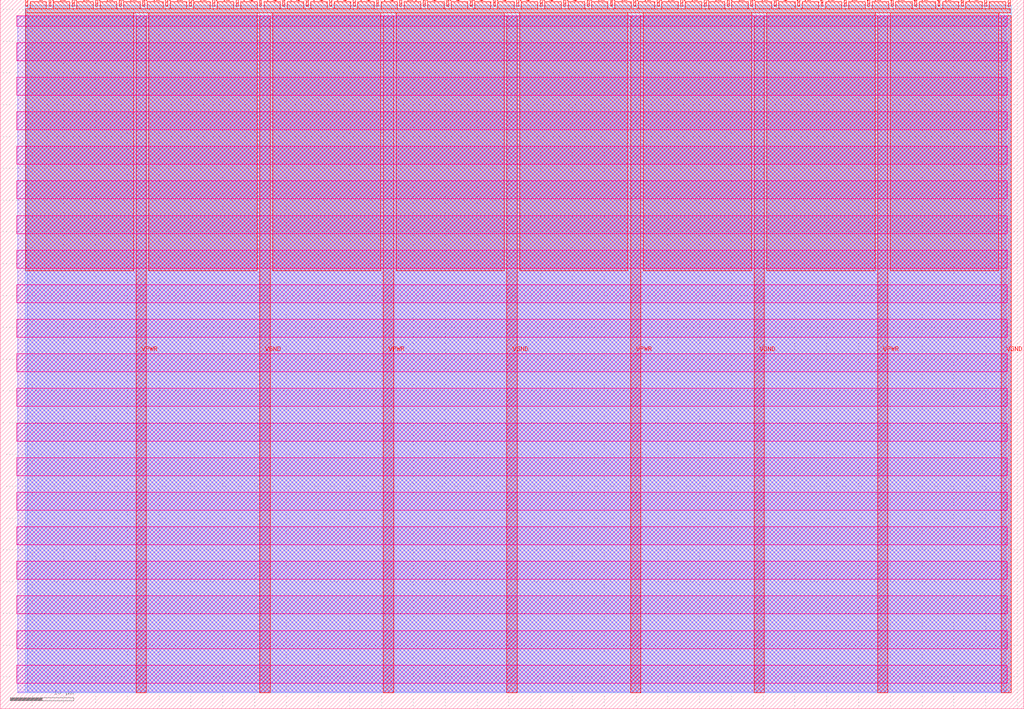
<source format=lef>
VERSION 5.7 ;
  NOWIREEXTENSIONATPIN ON ;
  DIVIDERCHAR "/" ;
  BUSBITCHARS "[]" ;
MACRO tt_um_nicklausthompson_twi_monitor
  CLASS BLOCK ;
  FOREIGN tt_um_nicklausthompson_twi_monitor ;
  ORIGIN 0.000 0.000 ;
  SIZE 161.000 BY 111.520 ;
  PIN VGND
    DIRECTION INOUT ;
    USE GROUND ;
    PORT
      LAYER met4 ;
        RECT 40.830 2.480 42.430 109.040 ;
    END
    PORT
      LAYER met4 ;
        RECT 79.700 2.480 81.300 109.040 ;
    END
    PORT
      LAYER met4 ;
        RECT 118.570 2.480 120.170 109.040 ;
    END
    PORT
      LAYER met4 ;
        RECT 157.440 2.480 159.040 109.040 ;
    END
  END VGND
  PIN VPWR
    DIRECTION INOUT ;
    USE POWER ;
    PORT
      LAYER met4 ;
        RECT 21.395 2.480 22.995 109.040 ;
    END
    PORT
      LAYER met4 ;
        RECT 60.265 2.480 61.865 109.040 ;
    END
    PORT
      LAYER met4 ;
        RECT 99.135 2.480 100.735 109.040 ;
    END
    PORT
      LAYER met4 ;
        RECT 138.005 2.480 139.605 109.040 ;
    END
  END VPWR
  PIN clk
    DIRECTION INPUT ;
    USE SIGNAL ;
    ANTENNAGATEAREA 0.852000 ;
    PORT
      LAYER met4 ;
        RECT 154.870 110.520 155.170 111.520 ;
    END
  END clk
  PIN ena
    DIRECTION INPUT ;
    USE SIGNAL ;
    ANTENNAGATEAREA 0.213000 ;
    PORT
      LAYER met4 ;
        RECT 158.550 110.520 158.850 111.520 ;
    END
  END ena
  PIN rst_n
    DIRECTION INPUT ;
    USE SIGNAL ;
    ANTENNAGATEAREA 0.213000 ;
    PORT
      LAYER met4 ;
        RECT 151.190 110.520 151.490 111.520 ;
    END
  END rst_n
  PIN ui_in[0]
    DIRECTION INPUT ;
    USE SIGNAL ;
    ANTENNAGATEAREA 0.196500 ;
    PORT
      LAYER met4 ;
        RECT 147.510 110.520 147.810 111.520 ;
    END
  END ui_in[0]
  PIN ui_in[1]
    DIRECTION INPUT ;
    USE SIGNAL ;
    ANTENNAGATEAREA 0.196500 ;
    PORT
      LAYER met4 ;
        RECT 143.830 110.520 144.130 111.520 ;
    END
  END ui_in[1]
  PIN ui_in[2]
    DIRECTION INPUT ;
    USE SIGNAL ;
    PORT
      LAYER met4 ;
        RECT 140.150 110.520 140.450 111.520 ;
    END
  END ui_in[2]
  PIN ui_in[3]
    DIRECTION INPUT ;
    USE SIGNAL ;
    PORT
      LAYER met4 ;
        RECT 136.470 110.520 136.770 111.520 ;
    END
  END ui_in[3]
  PIN ui_in[4]
    DIRECTION INPUT ;
    USE SIGNAL ;
    PORT
      LAYER met4 ;
        RECT 132.790 110.520 133.090 111.520 ;
    END
  END ui_in[4]
  PIN ui_in[5]
    DIRECTION INPUT ;
    USE SIGNAL ;
    PORT
      LAYER met4 ;
        RECT 129.110 110.520 129.410 111.520 ;
    END
  END ui_in[5]
  PIN ui_in[6]
    DIRECTION INPUT ;
    USE SIGNAL ;
    PORT
      LAYER met4 ;
        RECT 125.430 110.520 125.730 111.520 ;
    END
  END ui_in[6]
  PIN ui_in[7]
    DIRECTION INPUT ;
    USE SIGNAL ;
    PORT
      LAYER met4 ;
        RECT 121.750 110.520 122.050 111.520 ;
    END
  END ui_in[7]
  PIN uio_in[0]
    DIRECTION INPUT ;
    USE SIGNAL ;
    PORT
      LAYER met4 ;
        RECT 118.070 110.520 118.370 111.520 ;
    END
  END uio_in[0]
  PIN uio_in[1]
    DIRECTION INPUT ;
    USE SIGNAL ;
    PORT
      LAYER met4 ;
        RECT 114.390 110.520 114.690 111.520 ;
    END
  END uio_in[1]
  PIN uio_in[2]
    DIRECTION INPUT ;
    USE SIGNAL ;
    PORT
      LAYER met4 ;
        RECT 110.710 110.520 111.010 111.520 ;
    END
  END uio_in[2]
  PIN uio_in[3]
    DIRECTION INPUT ;
    USE SIGNAL ;
    PORT
      LAYER met4 ;
        RECT 107.030 110.520 107.330 111.520 ;
    END
  END uio_in[3]
  PIN uio_in[4]
    DIRECTION INPUT ;
    USE SIGNAL ;
    PORT
      LAYER met4 ;
        RECT 103.350 110.520 103.650 111.520 ;
    END
  END uio_in[4]
  PIN uio_in[5]
    DIRECTION INPUT ;
    USE SIGNAL ;
    PORT
      LAYER met4 ;
        RECT 99.670 110.520 99.970 111.520 ;
    END
  END uio_in[5]
  PIN uio_in[6]
    DIRECTION INPUT ;
    USE SIGNAL ;
    PORT
      LAYER met4 ;
        RECT 95.990 110.520 96.290 111.520 ;
    END
  END uio_in[6]
  PIN uio_in[7]
    DIRECTION INPUT ;
    USE SIGNAL ;
    PORT
      LAYER met4 ;
        RECT 92.310 110.520 92.610 111.520 ;
    END
  END uio_in[7]
  PIN uio_oe[0]
    DIRECTION OUTPUT TRISTATE ;
    USE SIGNAL ;
    PORT
      LAYER met4 ;
        RECT 29.750 110.520 30.050 111.520 ;
    END
  END uio_oe[0]
  PIN uio_oe[1]
    DIRECTION OUTPUT TRISTATE ;
    USE SIGNAL ;
    PORT
      LAYER met4 ;
        RECT 26.070 110.520 26.370 111.520 ;
    END
  END uio_oe[1]
  PIN uio_oe[2]
    DIRECTION OUTPUT TRISTATE ;
    USE SIGNAL ;
    PORT
      LAYER met4 ;
        RECT 22.390 110.520 22.690 111.520 ;
    END
  END uio_oe[2]
  PIN uio_oe[3]
    DIRECTION OUTPUT TRISTATE ;
    USE SIGNAL ;
    PORT
      LAYER met4 ;
        RECT 18.710 110.520 19.010 111.520 ;
    END
  END uio_oe[3]
  PIN uio_oe[4]
    DIRECTION OUTPUT TRISTATE ;
    USE SIGNAL ;
    PORT
      LAYER met4 ;
        RECT 15.030 110.520 15.330 111.520 ;
    END
  END uio_oe[4]
  PIN uio_oe[5]
    DIRECTION OUTPUT TRISTATE ;
    USE SIGNAL ;
    PORT
      LAYER met4 ;
        RECT 11.350 110.520 11.650 111.520 ;
    END
  END uio_oe[5]
  PIN uio_oe[6]
    DIRECTION OUTPUT TRISTATE ;
    USE SIGNAL ;
    PORT
      LAYER met4 ;
        RECT 7.670 110.520 7.970 111.520 ;
    END
  END uio_oe[6]
  PIN uio_oe[7]
    DIRECTION OUTPUT TRISTATE ;
    USE SIGNAL ;
    PORT
      LAYER met4 ;
        RECT 3.990 110.520 4.290 111.520 ;
    END
  END uio_oe[7]
  PIN uio_out[0]
    DIRECTION OUTPUT TRISTATE ;
    USE SIGNAL ;
    PORT
      LAYER met4 ;
        RECT 59.190 110.520 59.490 111.520 ;
    END
  END uio_out[0]
  PIN uio_out[1]
    DIRECTION OUTPUT TRISTATE ;
    USE SIGNAL ;
    PORT
      LAYER met4 ;
        RECT 55.510 110.520 55.810 111.520 ;
    END
  END uio_out[1]
  PIN uio_out[2]
    DIRECTION OUTPUT TRISTATE ;
    USE SIGNAL ;
    PORT
      LAYER met4 ;
        RECT 51.830 110.520 52.130 111.520 ;
    END
  END uio_out[2]
  PIN uio_out[3]
    DIRECTION OUTPUT TRISTATE ;
    USE SIGNAL ;
    PORT
      LAYER met4 ;
        RECT 48.150 110.520 48.450 111.520 ;
    END
  END uio_out[3]
  PIN uio_out[4]
    DIRECTION OUTPUT TRISTATE ;
    USE SIGNAL ;
    PORT
      LAYER met4 ;
        RECT 44.470 110.520 44.770 111.520 ;
    END
  END uio_out[4]
  PIN uio_out[5]
    DIRECTION OUTPUT TRISTATE ;
    USE SIGNAL ;
    PORT
      LAYER met4 ;
        RECT 40.790 110.520 41.090 111.520 ;
    END
  END uio_out[5]
  PIN uio_out[6]
    DIRECTION OUTPUT TRISTATE ;
    USE SIGNAL ;
    PORT
      LAYER met4 ;
        RECT 37.110 110.520 37.410 111.520 ;
    END
  END uio_out[6]
  PIN uio_out[7]
    DIRECTION OUTPUT TRISTATE ;
    USE SIGNAL ;
    PORT
      LAYER met4 ;
        RECT 33.430 110.520 33.730 111.520 ;
    END
  END uio_out[7]
  PIN uo_out[0]
    DIRECTION OUTPUT TRISTATE ;
    USE SIGNAL ;
    ANTENNADIFFAREA 0.795200 ;
    PORT
      LAYER met4 ;
        RECT 88.630 110.520 88.930 111.520 ;
    END
  END uo_out[0]
  PIN uo_out[1]
    DIRECTION OUTPUT TRISTATE ;
    USE SIGNAL ;
    PORT
      LAYER met4 ;
        RECT 84.950 110.520 85.250 111.520 ;
    END
  END uo_out[1]
  PIN uo_out[2]
    DIRECTION OUTPUT TRISTATE ;
    USE SIGNAL ;
    PORT
      LAYER met4 ;
        RECT 81.270 110.520 81.570 111.520 ;
    END
  END uo_out[2]
  PIN uo_out[3]
    DIRECTION OUTPUT TRISTATE ;
    USE SIGNAL ;
    PORT
      LAYER met4 ;
        RECT 77.590 110.520 77.890 111.520 ;
    END
  END uo_out[3]
  PIN uo_out[4]
    DIRECTION OUTPUT TRISTATE ;
    USE SIGNAL ;
    PORT
      LAYER met4 ;
        RECT 73.910 110.520 74.210 111.520 ;
    END
  END uo_out[4]
  PIN uo_out[5]
    DIRECTION OUTPUT TRISTATE ;
    USE SIGNAL ;
    PORT
      LAYER met4 ;
        RECT 70.230 110.520 70.530 111.520 ;
    END
  END uo_out[5]
  PIN uo_out[6]
    DIRECTION OUTPUT TRISTATE ;
    USE SIGNAL ;
    PORT
      LAYER met4 ;
        RECT 66.550 110.520 66.850 111.520 ;
    END
  END uo_out[6]
  PIN uo_out[7]
    DIRECTION OUTPUT TRISTATE ;
    USE SIGNAL ;
    PORT
      LAYER met4 ;
        RECT 62.870 110.520 63.170 111.520 ;
    END
  END uo_out[7]
  OBS
      LAYER nwell ;
        RECT 2.570 107.385 158.430 108.990 ;
        RECT 2.570 101.945 158.430 104.775 ;
        RECT 2.570 96.505 158.430 99.335 ;
        RECT 2.570 91.065 158.430 93.895 ;
        RECT 2.570 85.625 158.430 88.455 ;
        RECT 2.570 80.185 158.430 83.015 ;
        RECT 2.570 74.745 158.430 77.575 ;
        RECT 2.570 69.305 158.430 72.135 ;
        RECT 2.570 63.865 158.430 66.695 ;
        RECT 2.570 58.425 158.430 61.255 ;
        RECT 2.570 52.985 158.430 55.815 ;
        RECT 2.570 47.545 158.430 50.375 ;
        RECT 2.570 42.105 158.430 44.935 ;
        RECT 2.570 36.665 158.430 39.495 ;
        RECT 2.570 31.225 158.430 34.055 ;
        RECT 2.570 25.785 158.430 28.615 ;
        RECT 2.570 20.345 158.430 23.175 ;
        RECT 2.570 14.905 158.430 17.735 ;
        RECT 2.570 9.465 158.430 12.295 ;
        RECT 2.570 4.025 158.430 6.855 ;
      LAYER li1 ;
        RECT 2.760 2.635 158.240 108.885 ;
      LAYER met1 ;
        RECT 2.760 2.480 159.040 109.040 ;
      LAYER met2 ;
        RECT 4.230 2.535 159.010 110.685 ;
      LAYER met3 ;
        RECT 3.950 2.555 159.030 110.665 ;
      LAYER met4 ;
        RECT 4.690 110.120 7.270 111.170 ;
        RECT 8.370 110.120 10.950 111.170 ;
        RECT 12.050 110.120 14.630 111.170 ;
        RECT 15.730 110.120 18.310 111.170 ;
        RECT 19.410 110.120 21.990 111.170 ;
        RECT 23.090 110.120 25.670 111.170 ;
        RECT 26.770 110.120 29.350 111.170 ;
        RECT 30.450 110.120 33.030 111.170 ;
        RECT 34.130 110.120 36.710 111.170 ;
        RECT 37.810 110.120 40.390 111.170 ;
        RECT 41.490 110.120 44.070 111.170 ;
        RECT 45.170 110.120 47.750 111.170 ;
        RECT 48.850 110.120 51.430 111.170 ;
        RECT 52.530 110.120 55.110 111.170 ;
        RECT 56.210 110.120 58.790 111.170 ;
        RECT 59.890 110.120 62.470 111.170 ;
        RECT 63.570 110.120 66.150 111.170 ;
        RECT 67.250 110.120 69.830 111.170 ;
        RECT 70.930 110.120 73.510 111.170 ;
        RECT 74.610 110.120 77.190 111.170 ;
        RECT 78.290 110.120 80.870 111.170 ;
        RECT 81.970 110.120 84.550 111.170 ;
        RECT 85.650 110.120 88.230 111.170 ;
        RECT 89.330 110.120 91.910 111.170 ;
        RECT 93.010 110.120 95.590 111.170 ;
        RECT 96.690 110.120 99.270 111.170 ;
        RECT 100.370 110.120 102.950 111.170 ;
        RECT 104.050 110.120 106.630 111.170 ;
        RECT 107.730 110.120 110.310 111.170 ;
        RECT 111.410 110.120 113.990 111.170 ;
        RECT 115.090 110.120 117.670 111.170 ;
        RECT 118.770 110.120 121.350 111.170 ;
        RECT 122.450 110.120 125.030 111.170 ;
        RECT 126.130 110.120 128.710 111.170 ;
        RECT 129.810 110.120 132.390 111.170 ;
        RECT 133.490 110.120 136.070 111.170 ;
        RECT 137.170 110.120 139.750 111.170 ;
        RECT 140.850 110.120 143.430 111.170 ;
        RECT 144.530 110.120 147.110 111.170 ;
        RECT 148.210 110.120 150.790 111.170 ;
        RECT 151.890 110.120 154.470 111.170 ;
        RECT 155.570 110.120 158.150 111.170 ;
        RECT 3.975 109.440 158.865 110.120 ;
        RECT 3.975 68.855 20.995 109.440 ;
        RECT 23.395 68.855 40.430 109.440 ;
        RECT 42.830 68.855 59.865 109.440 ;
        RECT 62.265 68.855 79.300 109.440 ;
        RECT 81.700 68.855 98.735 109.440 ;
        RECT 101.135 68.855 118.170 109.440 ;
        RECT 120.570 68.855 137.605 109.440 ;
        RECT 140.005 68.855 157.040 109.440 ;
  END
END tt_um_nicklausthompson_twi_monitor
END LIBRARY


</source>
